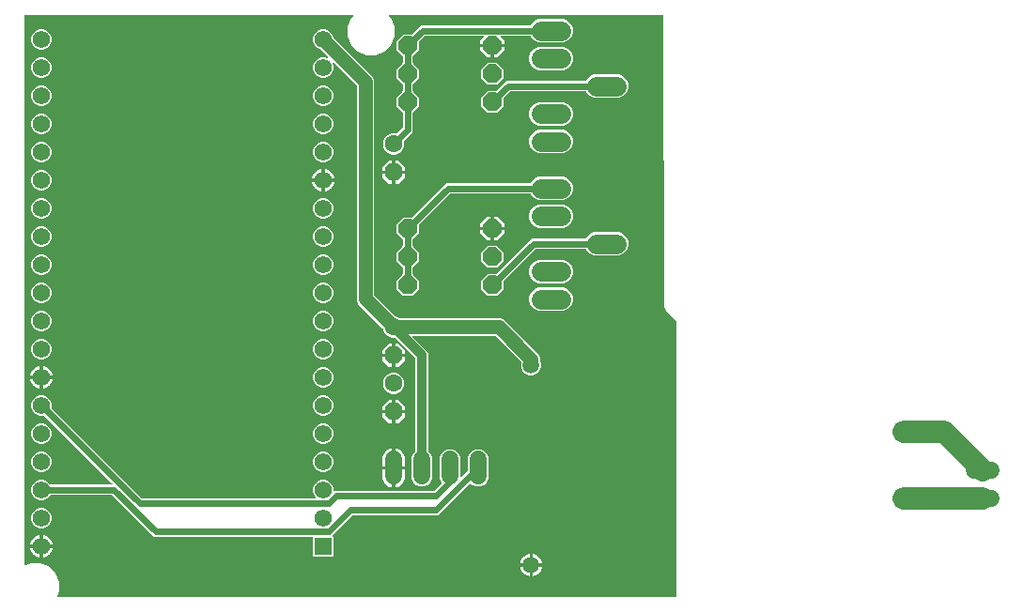
<source format=gbr>
G04 EAGLE Gerber RS-274X export*
G75*
%MOMM*%
%FSLAX34Y34*%
%LPD*%
%INTop Copper*%
%IPPOS*%
%AMOC8*
5,1,8,0,0,1.08239X$1,22.5*%
G01*
%ADD10C,1.600200*%
%ADD11P,1.732040X8X292.500000*%
%ADD12P,1.814519X8X22.500000*%
%ADD13P,1.814519X8X202.500000*%
%ADD14C,1.524000*%
%ADD15R,1.560000X1.560000*%
%ADD16C,1.560000*%
%ADD17R,1.508000X1.508000*%
%ADD18C,1.508000*%
%ADD19C,1.800000*%
%ADD20C,1.270000*%
%ADD21C,0.812800*%
%ADD22C,0.609600*%
%ADD23C,2.032000*%

G36*
X596920Y10164D02*
X596920Y10164D01*
X596939Y10162D01*
X597041Y10184D01*
X597143Y10200D01*
X597160Y10210D01*
X597180Y10214D01*
X597269Y10267D01*
X597360Y10316D01*
X597374Y10330D01*
X597391Y10340D01*
X597458Y10419D01*
X597530Y10494D01*
X597538Y10512D01*
X597551Y10527D01*
X597590Y10623D01*
X597633Y10717D01*
X597635Y10737D01*
X597643Y10755D01*
X597661Y10922D01*
X597661Y258874D01*
X597647Y258964D01*
X597639Y259055D01*
X597627Y259085D01*
X597622Y259117D01*
X597579Y259197D01*
X597543Y259281D01*
X597517Y259313D01*
X597506Y259334D01*
X597483Y259356D01*
X597438Y259412D01*
X589726Y267125D01*
X589725Y267125D01*
X589724Y267126D01*
X588292Y268551D01*
X587519Y270417D01*
X587518Y270418D01*
X587518Y270419D01*
X586739Y272284D01*
X586739Y274306D01*
X586739Y274307D01*
X586739Y274308D01*
X586010Y535080D01*
X586007Y535099D01*
X586009Y535117D01*
X585987Y535219D01*
X585969Y535323D01*
X585961Y535339D01*
X585957Y535358D01*
X585903Y535448D01*
X585854Y535540D01*
X585840Y535553D01*
X585830Y535569D01*
X585751Y535637D01*
X585675Y535709D01*
X585658Y535717D01*
X585643Y535729D01*
X585546Y535768D01*
X585452Y535812D01*
X585433Y535814D01*
X585415Y535821D01*
X585249Y535839D01*
X339558Y535839D01*
X339487Y535828D01*
X339415Y535826D01*
X339366Y535808D01*
X339315Y535800D01*
X339252Y535766D01*
X339184Y535741D01*
X339144Y535709D01*
X339098Y535684D01*
X339048Y535632D01*
X338992Y535588D01*
X338964Y535544D01*
X338928Y535506D01*
X338898Y535441D01*
X338859Y535381D01*
X338847Y535330D01*
X338825Y535283D01*
X338817Y535212D01*
X338799Y535142D01*
X338803Y535090D01*
X338798Y535039D01*
X338813Y534968D01*
X338818Y534897D01*
X338839Y534849D01*
X338850Y534798D01*
X338887Y534737D01*
X338915Y534671D01*
X338960Y534615D01*
X338976Y534587D01*
X338994Y534572D01*
X339020Y534540D01*
X340731Y532828D01*
X343991Y524959D01*
X343991Y516441D01*
X340731Y508572D01*
X334708Y502549D01*
X326839Y499289D01*
X318321Y499289D01*
X310452Y502549D01*
X304429Y508572D01*
X301169Y516441D01*
X301169Y524959D01*
X304429Y532828D01*
X306140Y534540D01*
X306182Y534598D01*
X306232Y534650D01*
X306254Y534697D01*
X306284Y534739D01*
X306305Y534808D01*
X306335Y534873D01*
X306341Y534925D01*
X306356Y534975D01*
X306354Y535046D01*
X306362Y535117D01*
X306351Y535168D01*
X306350Y535220D01*
X306325Y535288D01*
X306310Y535358D01*
X306283Y535403D01*
X306265Y535451D01*
X306221Y535507D01*
X306184Y535569D01*
X306144Y535603D01*
X306112Y535643D01*
X306051Y535682D01*
X305997Y535729D01*
X305949Y535748D01*
X305905Y535776D01*
X305835Y535794D01*
X305769Y535821D01*
X305697Y535829D01*
X305666Y535837D01*
X305643Y535835D01*
X305602Y535839D01*
X10922Y535839D01*
X10902Y535836D01*
X10883Y535838D01*
X10781Y535816D01*
X10679Y535800D01*
X10662Y535790D01*
X10642Y535786D01*
X10553Y535733D01*
X10462Y535684D01*
X10448Y535670D01*
X10431Y535660D01*
X10364Y535581D01*
X10292Y535506D01*
X10284Y535488D01*
X10271Y535473D01*
X10232Y535377D01*
X10189Y535283D01*
X10187Y535263D01*
X10179Y535245D01*
X10161Y535078D01*
X10161Y40239D01*
X10168Y40193D01*
X10166Y40147D01*
X10188Y40073D01*
X10200Y39996D01*
X10222Y39955D01*
X10235Y39911D01*
X10279Y39847D01*
X10316Y39778D01*
X10349Y39747D01*
X10375Y39709D01*
X10438Y39663D01*
X10494Y39609D01*
X10536Y39590D01*
X10572Y39562D01*
X10646Y39538D01*
X10717Y39505D01*
X10763Y39500D01*
X10806Y39486D01*
X10884Y39487D01*
X10961Y39478D01*
X11006Y39488D01*
X11052Y39489D01*
X11184Y39527D01*
X11202Y39531D01*
X11206Y39533D01*
X11213Y39535D01*
X15741Y41411D01*
X24259Y41411D01*
X32128Y38151D01*
X38151Y32128D01*
X41411Y24259D01*
X41411Y15741D01*
X39535Y11213D01*
X39525Y11169D01*
X39505Y11127D01*
X39497Y11050D01*
X39479Y10974D01*
X39483Y10928D01*
X39478Y10883D01*
X39495Y10806D01*
X39502Y10729D01*
X39521Y10687D01*
X39531Y10642D01*
X39571Y10575D01*
X39602Y10504D01*
X39633Y10470D01*
X39657Y10431D01*
X39716Y10380D01*
X39769Y10323D01*
X39809Y10301D01*
X39844Y10271D01*
X39916Y10242D01*
X39984Y10205D01*
X40029Y10196D01*
X40072Y10179D01*
X40208Y10164D01*
X40226Y10161D01*
X40231Y10162D01*
X40239Y10161D01*
X596900Y10161D01*
X596920Y10164D01*
G37*
%LPC*%
G36*
X270968Y47075D02*
X270968Y47075D01*
X270075Y47968D01*
X270075Y64094D01*
X270072Y64114D01*
X270074Y64133D01*
X270052Y64235D01*
X270036Y64337D01*
X270026Y64354D01*
X270022Y64374D01*
X269969Y64463D01*
X269920Y64554D01*
X269906Y64568D01*
X269896Y64585D01*
X269817Y64652D01*
X269742Y64724D01*
X269724Y64732D01*
X269709Y64745D01*
X269613Y64784D01*
X269519Y64827D01*
X269499Y64829D01*
X269481Y64837D01*
X269314Y64855D01*
X126702Y64855D01*
X89153Y102404D01*
X89079Y102457D01*
X89009Y102517D01*
X88979Y102529D01*
X88953Y102548D01*
X88866Y102575D01*
X88781Y102609D01*
X88740Y102613D01*
X88718Y102620D01*
X88686Y102619D01*
X88614Y102627D01*
X34108Y102627D01*
X33993Y102608D01*
X33877Y102591D01*
X33871Y102589D01*
X33865Y102588D01*
X33763Y102533D01*
X33657Y102480D01*
X33653Y102475D01*
X33647Y102472D01*
X33567Y102388D01*
X33485Y102304D01*
X33482Y102298D01*
X33478Y102294D01*
X33470Y102277D01*
X33404Y102157D01*
X33305Y101918D01*
X30682Y99295D01*
X27255Y97875D01*
X23545Y97875D01*
X20118Y99295D01*
X17495Y101918D01*
X16075Y105345D01*
X16075Y109055D01*
X17495Y112482D01*
X20118Y115105D01*
X23545Y116525D01*
X27255Y116525D01*
X30682Y115105D01*
X33305Y112482D01*
X33404Y112243D01*
X33466Y112143D01*
X33526Y112043D01*
X33531Y112039D01*
X33534Y112034D01*
X33624Y111959D01*
X33713Y111883D01*
X33719Y111881D01*
X33723Y111877D01*
X33832Y111835D01*
X33941Y111791D01*
X33948Y111790D01*
X33953Y111789D01*
X33971Y111788D01*
X34108Y111773D01*
X88723Y111773D01*
X88793Y111784D01*
X88865Y111786D01*
X88914Y111804D01*
X88965Y111812D01*
X89029Y111846D01*
X89096Y111871D01*
X89137Y111903D01*
X89183Y111928D01*
X89232Y111979D01*
X89288Y112024D01*
X89316Y112068D01*
X89352Y112106D01*
X89382Y112171D01*
X89421Y112231D01*
X89434Y112282D01*
X89456Y112329D01*
X89464Y112400D01*
X89481Y112470D01*
X89477Y112522D01*
X89483Y112573D01*
X89468Y112644D01*
X89462Y112715D01*
X89442Y112763D01*
X89431Y112814D01*
X89394Y112875D01*
X89366Y112941D01*
X89321Y112997D01*
X89304Y113025D01*
X89287Y113040D01*
X89261Y113072D01*
X28324Y174009D01*
X28229Y174077D01*
X28135Y174147D01*
X28129Y174149D01*
X28124Y174153D01*
X28013Y174187D01*
X27901Y174224D01*
X27895Y174223D01*
X27889Y174225D01*
X27772Y174222D01*
X27655Y174221D01*
X27648Y174219D01*
X27643Y174219D01*
X27626Y174213D01*
X27494Y174174D01*
X27255Y174075D01*
X23545Y174075D01*
X20118Y175495D01*
X17495Y178118D01*
X16075Y181545D01*
X16075Y185255D01*
X17495Y188682D01*
X20118Y191305D01*
X23545Y192725D01*
X27255Y192725D01*
X30682Y191305D01*
X33305Y188682D01*
X34725Y185255D01*
X34725Y181545D01*
X34626Y181306D01*
X34599Y181192D01*
X34570Y181079D01*
X34571Y181072D01*
X34569Y181066D01*
X34580Y180950D01*
X34589Y180834D01*
X34592Y180828D01*
X34592Y180822D01*
X34640Y180714D01*
X34686Y180607D01*
X34690Y180601D01*
X34692Y180597D01*
X34705Y180583D01*
X34791Y180476D01*
X115643Y99624D01*
X115717Y99571D01*
X115787Y99511D01*
X115817Y99499D01*
X115843Y99480D01*
X115930Y99453D01*
X116015Y99419D01*
X116056Y99415D01*
X116078Y99408D01*
X116110Y99409D01*
X116181Y99401D01*
X272174Y99401D01*
X272245Y99412D01*
X272317Y99414D01*
X272366Y99432D01*
X272417Y99440D01*
X272480Y99474D01*
X272548Y99499D01*
X272588Y99531D01*
X272634Y99556D01*
X272684Y99608D01*
X272740Y99652D01*
X272768Y99696D01*
X272804Y99734D01*
X272834Y99799D01*
X272873Y99859D01*
X272885Y99910D01*
X272907Y99957D01*
X272915Y100028D01*
X272933Y100098D01*
X272929Y100150D01*
X272935Y100201D01*
X272919Y100272D01*
X272914Y100343D01*
X272893Y100391D01*
X272882Y100442D01*
X272845Y100503D01*
X272817Y100569D01*
X272773Y100625D01*
X272756Y100653D01*
X272738Y100668D01*
X272713Y100700D01*
X271495Y101918D01*
X270075Y105345D01*
X270075Y109055D01*
X271495Y112482D01*
X274118Y115105D01*
X277545Y116525D01*
X281255Y116525D01*
X284682Y115105D01*
X287305Y112482D01*
X288725Y109055D01*
X288725Y106934D01*
X288728Y106914D01*
X288726Y106895D01*
X288748Y106793D01*
X288764Y106691D01*
X288774Y106674D01*
X288778Y106654D01*
X288831Y106565D01*
X288880Y106474D01*
X288894Y106460D01*
X288904Y106443D01*
X288983Y106376D01*
X289058Y106304D01*
X289076Y106296D01*
X289091Y106283D01*
X289187Y106244D01*
X289281Y106201D01*
X289301Y106199D01*
X289319Y106191D01*
X289486Y106173D01*
X378791Y106173D01*
X378881Y106187D01*
X378972Y106195D01*
X379001Y106207D01*
X379033Y106212D01*
X379114Y106255D01*
X379198Y106291D01*
X379230Y106317D01*
X379251Y106328D01*
X379273Y106351D01*
X379329Y106396D01*
X386002Y113069D01*
X386014Y113085D01*
X386029Y113098D01*
X386085Y113185D01*
X386146Y113269D01*
X386151Y113288D01*
X386162Y113304D01*
X386188Y113405D01*
X386218Y113504D01*
X386217Y113524D01*
X386222Y113543D01*
X386214Y113646D01*
X386212Y113750D01*
X386205Y113768D01*
X386203Y113788D01*
X386163Y113883D01*
X386127Y113981D01*
X386115Y113996D01*
X386107Y114014D01*
X386002Y114145D01*
X385947Y114200D01*
X384555Y117561D01*
X384555Y136439D01*
X385947Y139800D01*
X388520Y142373D01*
X391881Y143765D01*
X395519Y143765D01*
X398880Y142373D01*
X401453Y139800D01*
X402845Y136439D01*
X402845Y119049D01*
X402856Y118979D01*
X402858Y118907D01*
X402876Y118858D01*
X402884Y118807D01*
X402918Y118743D01*
X402943Y118676D01*
X402975Y118635D01*
X403000Y118589D01*
X403051Y118540D01*
X403096Y118484D01*
X403140Y118456D01*
X403178Y118420D01*
X403243Y118390D01*
X403303Y118351D01*
X403354Y118338D01*
X403401Y118316D01*
X403472Y118308D01*
X403542Y118291D01*
X403594Y118295D01*
X403645Y118289D01*
X403716Y118304D01*
X403787Y118310D01*
X403835Y118330D01*
X403886Y118341D01*
X403947Y118378D01*
X404013Y118406D01*
X404069Y118451D01*
X404097Y118468D01*
X404112Y118485D01*
X404144Y118511D01*
X409732Y124099D01*
X409785Y124173D01*
X409845Y124243D01*
X409857Y124273D01*
X409876Y124299D01*
X409903Y124386D01*
X409937Y124471D01*
X409941Y124512D01*
X409948Y124534D01*
X409947Y124566D01*
X409955Y124637D01*
X409955Y136439D01*
X411347Y139800D01*
X413920Y142373D01*
X417281Y143765D01*
X420919Y143765D01*
X424280Y142373D01*
X426853Y139800D01*
X428245Y136439D01*
X428245Y117561D01*
X426853Y114200D01*
X424280Y111627D01*
X420919Y110235D01*
X417281Y110235D01*
X413920Y111627D01*
X412595Y112952D01*
X412579Y112964D01*
X412567Y112979D01*
X412480Y113035D01*
X412396Y113096D01*
X412377Y113101D01*
X412360Y113112D01*
X412259Y113137D01*
X412161Y113168D01*
X412141Y113167D01*
X412121Y113172D01*
X412018Y113164D01*
X411915Y113162D01*
X411896Y113155D01*
X411876Y113153D01*
X411781Y113113D01*
X411684Y113077D01*
X411668Y113065D01*
X411650Y113057D01*
X411519Y112952D01*
X385796Y87229D01*
X382894Y84327D01*
X306206Y84327D01*
X306116Y84313D01*
X306025Y84305D01*
X305995Y84293D01*
X305963Y84288D01*
X305883Y84245D01*
X305799Y84209D01*
X305767Y84183D01*
X305746Y84172D01*
X305724Y84149D01*
X305668Y84104D01*
X289320Y67757D01*
X288098Y66535D01*
X288087Y66519D01*
X288071Y66506D01*
X288015Y66419D01*
X287955Y66335D01*
X287949Y66316D01*
X287938Y66299D01*
X287913Y66199D01*
X287882Y66100D01*
X287883Y66080D01*
X287878Y66061D01*
X287886Y65958D01*
X287889Y65854D01*
X287896Y65835D01*
X287897Y65815D01*
X287937Y65720D01*
X287973Y65623D01*
X287986Y65607D01*
X287993Y65589D01*
X288098Y65458D01*
X288725Y64832D01*
X288725Y47968D01*
X287832Y47075D01*
X270968Y47075D01*
G37*
%LPD*%
%LPC*%
G36*
X366481Y110235D02*
X366481Y110235D01*
X363120Y111627D01*
X360547Y114200D01*
X359155Y117561D01*
X359155Y136439D01*
X360547Y139800D01*
X362488Y141741D01*
X362541Y141815D01*
X362601Y141884D01*
X362613Y141914D01*
X362632Y141941D01*
X362659Y142028D01*
X362693Y142112D01*
X362697Y142153D01*
X362704Y142176D01*
X362703Y142208D01*
X362711Y142279D01*
X362711Y225970D01*
X362697Y226060D01*
X362689Y226151D01*
X362677Y226181D01*
X362672Y226212D01*
X362629Y226293D01*
X362593Y226377D01*
X362567Y226409D01*
X362556Y226430D01*
X362533Y226452D01*
X362488Y226508D01*
X344745Y244251D01*
X344671Y244304D01*
X344602Y244364D01*
X344571Y244376D01*
X344545Y244395D01*
X344458Y244422D01*
X344373Y244456D01*
X344333Y244460D01*
X344310Y244467D01*
X344278Y244466D01*
X344207Y244474D01*
X341005Y244474D01*
X337504Y245924D01*
X334824Y248604D01*
X333366Y252126D01*
X333360Y252164D01*
X333352Y252255D01*
X333340Y252285D01*
X333335Y252317D01*
X333292Y252397D01*
X333256Y252481D01*
X333230Y252513D01*
X333219Y252534D01*
X333196Y252556D01*
X333151Y252612D01*
X310824Y274939D01*
X309625Y277834D01*
X309625Y471923D01*
X309611Y472013D01*
X309603Y472104D01*
X309591Y472134D01*
X309586Y472166D01*
X309543Y472246D01*
X309507Y472330D01*
X309481Y472362D01*
X309470Y472383D01*
X309447Y472405D01*
X309402Y472461D01*
X289250Y492613D01*
X289171Y492670D01*
X289096Y492732D01*
X289072Y492742D01*
X289050Y492757D01*
X288957Y492785D01*
X288866Y492820D01*
X288840Y492821D01*
X288815Y492829D01*
X288718Y492827D01*
X288621Y492831D01*
X288596Y492823D01*
X288569Y492823D01*
X288478Y492789D01*
X288384Y492762D01*
X288363Y492747D01*
X288338Y492738D01*
X288262Y492677D01*
X288182Y492622D01*
X288167Y492601D01*
X288146Y492585D01*
X288094Y492503D01*
X288036Y492425D01*
X288028Y492400D01*
X288013Y492378D01*
X287990Y492283D01*
X287959Y492191D01*
X287960Y492165D01*
X287953Y492139D01*
X287961Y492042D01*
X287962Y491945D01*
X287971Y491913D01*
X287972Y491894D01*
X287985Y491864D01*
X288009Y491784D01*
X288725Y490055D01*
X288725Y486345D01*
X287305Y482918D01*
X284682Y480295D01*
X281255Y478875D01*
X277545Y478875D01*
X274118Y480295D01*
X271495Y482918D01*
X270075Y486345D01*
X270075Y490055D01*
X271495Y493482D01*
X274118Y496105D01*
X277545Y497525D01*
X281255Y497525D01*
X282984Y496809D01*
X283079Y496786D01*
X283172Y496758D01*
X283198Y496758D01*
X283223Y496752D01*
X283320Y496762D01*
X283417Y496764D01*
X283442Y496773D01*
X283468Y496776D01*
X283557Y496815D01*
X283648Y496849D01*
X283669Y496865D01*
X283693Y496876D01*
X283764Y496941D01*
X283840Y497002D01*
X283855Y497024D01*
X283874Y497042D01*
X283921Y497127D01*
X283973Y497209D01*
X283980Y497234D01*
X283992Y497257D01*
X284010Y497353D01*
X284034Y497448D01*
X284031Y497474D01*
X284036Y497499D01*
X284022Y497596D01*
X284014Y497693D01*
X284004Y497717D01*
X284000Y497743D01*
X283956Y497830D01*
X283918Y497919D01*
X283898Y497945D01*
X283889Y497962D01*
X283865Y497985D01*
X283813Y498050D01*
X277726Y504138D01*
X277673Y504176D01*
X277626Y504222D01*
X277553Y504262D01*
X277526Y504281D01*
X277507Y504287D01*
X277479Y504303D01*
X274118Y505695D01*
X271495Y508318D01*
X270075Y511745D01*
X270075Y515455D01*
X271495Y518882D01*
X274118Y521505D01*
X277545Y522925D01*
X281255Y522925D01*
X284682Y521505D01*
X287305Y518882D01*
X288697Y515521D01*
X288732Y515465D01*
X288757Y515405D01*
X288809Y515340D01*
X288827Y515312D01*
X288842Y515300D01*
X288862Y515274D01*
X321854Y482283D01*
X324176Y479961D01*
X325375Y477066D01*
X325375Y282977D01*
X325389Y282887D01*
X325397Y282796D01*
X325409Y282766D01*
X325414Y282734D01*
X325457Y282654D01*
X325493Y282570D01*
X325519Y282538D01*
X325530Y282517D01*
X325553Y282495D01*
X325598Y282439D01*
X344288Y263749D01*
X344362Y263696D01*
X344431Y263636D01*
X344461Y263624D01*
X344488Y263605D01*
X344575Y263578D01*
X344659Y263544D01*
X344700Y263540D01*
X344723Y263533D01*
X344755Y263534D01*
X344783Y263530D01*
X348316Y262067D01*
X348348Y262045D01*
X348417Y261985D01*
X348447Y261973D01*
X348473Y261954D01*
X348560Y261927D01*
X348645Y261893D01*
X348686Y261889D01*
X348709Y261882D01*
X348741Y261883D01*
X348812Y261875D01*
X439566Y261875D01*
X442461Y260676D01*
X473516Y229621D01*
X474715Y226726D01*
X474715Y224287D01*
X474725Y224223D01*
X474726Y224157D01*
X474749Y224077D01*
X474754Y224045D01*
X474764Y224028D01*
X474773Y223996D01*
X475905Y221263D01*
X475905Y217657D01*
X474525Y214325D01*
X471975Y211775D01*
X468643Y210395D01*
X465037Y210395D01*
X461705Y211775D01*
X459155Y214325D01*
X457775Y217657D01*
X457775Y221263D01*
X458115Y222084D01*
X458142Y222198D01*
X458170Y222311D01*
X458170Y222317D01*
X458171Y222323D01*
X458160Y222439D01*
X458151Y222556D01*
X458149Y222562D01*
X458148Y222568D01*
X458100Y222676D01*
X458055Y222782D01*
X458050Y222788D01*
X458048Y222793D01*
X458035Y222807D01*
X457950Y222913D01*
X434961Y245902D01*
X434887Y245955D01*
X434818Y246015D01*
X434788Y246027D01*
X434761Y246046D01*
X434674Y246073D01*
X434590Y246107D01*
X434549Y246111D01*
X434526Y246118D01*
X434494Y246117D01*
X434423Y246125D01*
X360516Y246125D01*
X360445Y246114D01*
X360374Y246112D01*
X360325Y246094D01*
X360273Y246086D01*
X360210Y246052D01*
X360143Y246027D01*
X360102Y245995D01*
X360056Y245970D01*
X360007Y245918D01*
X359951Y245874D01*
X359923Y245830D01*
X359887Y245792D01*
X359857Y245727D01*
X359818Y245667D01*
X359805Y245616D01*
X359783Y245569D01*
X359775Y245498D01*
X359758Y245428D01*
X359762Y245376D01*
X359756Y245325D01*
X359771Y245254D01*
X359777Y245183D01*
X359797Y245135D01*
X359808Y245084D01*
X359845Y245023D01*
X359873Y244957D01*
X359918Y244901D01*
X359934Y244873D01*
X359952Y244858D01*
X359978Y244826D01*
X373038Y231766D01*
X373889Y229712D01*
X373889Y142279D01*
X373903Y142189D01*
X373911Y142098D01*
X373923Y142068D01*
X373928Y142036D01*
X373971Y141956D01*
X374007Y141872D01*
X374033Y141840D01*
X374044Y141819D01*
X374067Y141797D01*
X374112Y141741D01*
X376053Y139800D01*
X377445Y136439D01*
X377445Y117561D01*
X376053Y114200D01*
X373480Y111627D01*
X370119Y110235D01*
X366481Y110235D01*
G37*
%LPD*%
%LPC*%
G36*
X341005Y409574D02*
X341005Y409574D01*
X337504Y411024D01*
X334824Y413704D01*
X333374Y417205D01*
X333374Y420995D01*
X334824Y424496D01*
X337504Y427176D01*
X341005Y428626D01*
X344795Y428626D01*
X345148Y428479D01*
X345262Y428453D01*
X345375Y428424D01*
X345381Y428425D01*
X345387Y428423D01*
X345504Y428434D01*
X345620Y428443D01*
X345626Y428446D01*
X345632Y428446D01*
X345740Y428494D01*
X345847Y428540D01*
X345852Y428544D01*
X345857Y428546D01*
X345871Y428559D01*
X345978Y428644D01*
X350804Y433471D01*
X350857Y433545D01*
X350917Y433615D01*
X350929Y433645D01*
X350948Y433671D01*
X350975Y433758D01*
X351009Y433843D01*
X351013Y433884D01*
X351020Y433906D01*
X351019Y433938D01*
X351027Y434009D01*
X351027Y447447D01*
X351013Y447537D01*
X351005Y447628D01*
X350993Y447658D01*
X350988Y447690D01*
X350945Y447771D01*
X350909Y447855D01*
X350883Y447887D01*
X350872Y447907D01*
X350849Y447930D01*
X350804Y447985D01*
X345693Y453096D01*
X345693Y461304D01*
X350804Y466415D01*
X350853Y466482D01*
X350853Y466483D01*
X350854Y466483D01*
X350857Y466489D01*
X350917Y466558D01*
X350929Y466588D01*
X350948Y466614D01*
X350975Y466701D01*
X351009Y466786D01*
X351013Y466827D01*
X351020Y466849D01*
X351019Y466882D01*
X351027Y466953D01*
X351027Y472847D01*
X351013Y472937D01*
X351005Y473028D01*
X350993Y473058D01*
X350988Y473090D01*
X350945Y473171D01*
X350909Y473255D01*
X350883Y473287D01*
X350872Y473307D01*
X350849Y473330D01*
X350804Y473385D01*
X345693Y478496D01*
X345693Y486704D01*
X350804Y491815D01*
X350857Y491889D01*
X350917Y491958D01*
X350929Y491988D01*
X350948Y492014D01*
X350975Y492101D01*
X351009Y492186D01*
X351013Y492227D01*
X351020Y492249D01*
X351019Y492282D01*
X351027Y492353D01*
X351027Y498247D01*
X351013Y498337D01*
X351005Y498428D01*
X350993Y498458D01*
X350988Y498490D01*
X350945Y498571D01*
X350909Y498654D01*
X350883Y498687D01*
X350872Y498707D01*
X350849Y498729D01*
X350804Y498785D01*
X345693Y503896D01*
X345693Y512104D01*
X351496Y517907D01*
X358725Y517907D01*
X358815Y517921D01*
X358906Y517929D01*
X358935Y517941D01*
X358967Y517946D01*
X359048Y517989D01*
X359132Y518025D01*
X359164Y518051D01*
X359185Y518062D01*
X359192Y518069D01*
X359209Y518086D01*
X359263Y518130D01*
X367186Y526053D01*
X465734Y526053D01*
X465848Y526072D01*
X465964Y526089D01*
X465970Y526091D01*
X465976Y526092D01*
X466079Y526147D01*
X466184Y526200D01*
X466188Y526205D01*
X466194Y526208D01*
X466274Y526292D01*
X466356Y526376D01*
X466360Y526382D01*
X466363Y526386D01*
X466371Y526403D01*
X466437Y526523D01*
X466818Y527442D01*
X469778Y530402D01*
X473647Y532005D01*
X495833Y532005D01*
X499702Y530402D01*
X502662Y527442D01*
X504265Y523573D01*
X504265Y519387D01*
X502662Y515518D01*
X499702Y512558D01*
X495833Y510955D01*
X473647Y510955D01*
X469778Y512558D01*
X466818Y515518D01*
X466437Y516437D01*
X466375Y516537D01*
X466315Y516637D01*
X466311Y516641D01*
X466307Y516646D01*
X466217Y516721D01*
X466128Y516797D01*
X466123Y516799D01*
X466118Y516803D01*
X466009Y516845D01*
X465900Y516889D01*
X465893Y516890D01*
X465888Y516891D01*
X465870Y516892D01*
X465734Y516907D01*
X440178Y516907D01*
X440107Y516896D01*
X440035Y516894D01*
X439986Y516876D01*
X439935Y516868D01*
X439872Y516834D01*
X439804Y516809D01*
X439764Y516777D01*
X439717Y516752D01*
X439668Y516700D01*
X439612Y516656D01*
X439584Y516612D01*
X439548Y516574D01*
X439518Y516509D01*
X439479Y516449D01*
X439466Y516398D01*
X439444Y516351D01*
X439437Y516280D01*
X439419Y516210D01*
X439423Y516158D01*
X439417Y516107D01*
X439433Y516036D01*
X439438Y515965D01*
X439459Y515917D01*
X439470Y515866D01*
X439506Y515805D01*
X439535Y515739D01*
X439579Y515683D01*
X439596Y515655D01*
X439614Y515640D01*
X439639Y515608D01*
X442723Y512524D01*
X442723Y509523D01*
X432562Y509523D01*
X432542Y509520D01*
X432523Y509522D01*
X432421Y509500D01*
X432319Y509483D01*
X432302Y509474D01*
X432282Y509470D01*
X432193Y509417D01*
X432102Y509368D01*
X432088Y509354D01*
X432071Y509344D01*
X432004Y509265D01*
X431933Y509190D01*
X431924Y509172D01*
X431911Y509157D01*
X431873Y509061D01*
X431829Y508967D01*
X431827Y508947D01*
X431819Y508929D01*
X431801Y508762D01*
X431801Y507999D01*
X431799Y507999D01*
X431799Y508762D01*
X431796Y508782D01*
X431798Y508801D01*
X431776Y508903D01*
X431759Y509005D01*
X431750Y509022D01*
X431746Y509042D01*
X431693Y509131D01*
X431644Y509222D01*
X431630Y509236D01*
X431620Y509253D01*
X431541Y509320D01*
X431466Y509391D01*
X431448Y509400D01*
X431433Y509413D01*
X431337Y509452D01*
X431243Y509495D01*
X431223Y509497D01*
X431205Y509505D01*
X431038Y509523D01*
X420877Y509523D01*
X420877Y512524D01*
X423961Y515608D01*
X424003Y515666D01*
X424052Y515718D01*
X424074Y515765D01*
X424104Y515807D01*
X424125Y515876D01*
X424156Y515941D01*
X424161Y515993D01*
X424177Y516043D01*
X424175Y516114D01*
X424183Y516185D01*
X424172Y516236D01*
X424170Y516288D01*
X424146Y516356D01*
X424130Y516426D01*
X424104Y516471D01*
X424086Y516519D01*
X424041Y516575D01*
X424004Y516637D01*
X423965Y516671D01*
X423932Y516711D01*
X423872Y516750D01*
X423817Y516797D01*
X423769Y516816D01*
X423725Y516844D01*
X423656Y516862D01*
X423589Y516889D01*
X423518Y516897D01*
X423487Y516905D01*
X423463Y516903D01*
X423422Y516907D01*
X371289Y516907D01*
X371199Y516893D01*
X371108Y516885D01*
X371079Y516873D01*
X371047Y516868D01*
X370966Y516825D01*
X370882Y516789D01*
X370850Y516763D01*
X370829Y516752D01*
X370807Y516729D01*
X370751Y516684D01*
X365730Y511663D01*
X365677Y511589D01*
X365617Y511519D01*
X365605Y511489D01*
X365586Y511463D01*
X365559Y511376D01*
X365525Y511291D01*
X365521Y511250D01*
X365514Y511228D01*
X365515Y511196D01*
X365507Y511125D01*
X365507Y503896D01*
X360396Y498785D01*
X360343Y498712D01*
X360283Y498642D01*
X360271Y498612D01*
X360252Y498586D01*
X360225Y498499D01*
X360191Y498414D01*
X360187Y498373D01*
X360180Y498351D01*
X360181Y498318D01*
X360173Y498247D01*
X360173Y492353D01*
X360187Y492263D01*
X360195Y492172D01*
X360207Y492142D01*
X360212Y492110D01*
X360255Y492029D01*
X360291Y491945D01*
X360317Y491913D01*
X360328Y491893D01*
X360351Y491870D01*
X360396Y491815D01*
X365507Y486704D01*
X365507Y478496D01*
X360396Y473385D01*
X360343Y473311D01*
X360283Y473242D01*
X360271Y473212D01*
X360252Y473186D01*
X360225Y473099D01*
X360191Y473014D01*
X360187Y472973D01*
X360180Y472951D01*
X360181Y472918D01*
X360173Y472847D01*
X360173Y466953D01*
X360187Y466863D01*
X360195Y466772D01*
X360207Y466742D01*
X360212Y466710D01*
X360255Y466629D01*
X360291Y466545D01*
X360317Y466513D01*
X360328Y466493D01*
X360351Y466470D01*
X360396Y466415D01*
X365507Y461304D01*
X365507Y453096D01*
X360396Y447985D01*
X360343Y447911D01*
X360283Y447842D01*
X360271Y447812D01*
X360252Y447786D01*
X360225Y447699D01*
X360191Y447614D01*
X360187Y447573D01*
X360180Y447551D01*
X360181Y447518D01*
X360173Y447447D01*
X360173Y429906D01*
X352444Y422178D01*
X352377Y422084D01*
X352307Y421989D01*
X352305Y421983D01*
X352301Y421978D01*
X352267Y421867D01*
X352230Y421755D01*
X352230Y421749D01*
X352229Y421743D01*
X352232Y421626D01*
X352233Y421509D01*
X352235Y421502D01*
X352235Y421497D01*
X352241Y421479D01*
X352279Y421348D01*
X352426Y420995D01*
X352426Y417205D01*
X350976Y413704D01*
X348296Y411024D01*
X344795Y409574D01*
X341005Y409574D01*
G37*
%LPD*%
%LPC*%
G36*
X351496Y282193D02*
X351496Y282193D01*
X345693Y287996D01*
X345693Y296204D01*
X350804Y301315D01*
X350857Y301389D01*
X350917Y301458D01*
X350929Y301488D01*
X350948Y301514D01*
X350975Y301601D01*
X351009Y301686D01*
X351013Y301727D01*
X351020Y301749D01*
X351019Y301782D01*
X351027Y301853D01*
X351027Y307747D01*
X351013Y307837D01*
X351005Y307928D01*
X350993Y307958D01*
X350988Y307990D01*
X350945Y308071D01*
X350909Y308155D01*
X350883Y308187D01*
X350872Y308207D01*
X350849Y308230D01*
X350804Y308285D01*
X345693Y313396D01*
X345693Y321604D01*
X350804Y326715D01*
X350857Y326789D01*
X350917Y326858D01*
X350929Y326888D01*
X350948Y326914D01*
X350975Y327001D01*
X351009Y327086D01*
X351013Y327127D01*
X351020Y327149D01*
X351019Y327182D01*
X351027Y327253D01*
X351027Y333147D01*
X351013Y333237D01*
X351005Y333328D01*
X350993Y333358D01*
X350988Y333390D01*
X350945Y333471D01*
X350909Y333555D01*
X350883Y333587D01*
X350872Y333607D01*
X350849Y333630D01*
X350804Y333685D01*
X345693Y338796D01*
X345693Y347004D01*
X351496Y352807D01*
X358725Y352807D01*
X358815Y352821D01*
X358906Y352829D01*
X358935Y352841D01*
X358967Y352846D01*
X359048Y352889D01*
X359132Y352925D01*
X359164Y352951D01*
X359185Y352962D01*
X359207Y352985D01*
X359263Y353030D01*
X390046Y383813D01*
X465734Y383813D01*
X465848Y383832D01*
X465964Y383849D01*
X465970Y383851D01*
X465976Y383852D01*
X466079Y383907D01*
X466184Y383960D01*
X466188Y383965D01*
X466194Y383968D01*
X466274Y384052D01*
X466356Y384136D01*
X466360Y384142D01*
X466363Y384146D01*
X466371Y384163D01*
X466437Y384283D01*
X466818Y385202D01*
X469778Y388162D01*
X473647Y389765D01*
X495833Y389765D01*
X499702Y388162D01*
X502662Y385202D01*
X504265Y381333D01*
X504265Y377147D01*
X502662Y373278D01*
X499702Y370318D01*
X495833Y368715D01*
X473647Y368715D01*
X469778Y370318D01*
X466818Y373278D01*
X466437Y374197D01*
X466375Y374297D01*
X466315Y374397D01*
X466311Y374401D01*
X466307Y374406D01*
X466217Y374481D01*
X466128Y374557D01*
X466123Y374559D01*
X466118Y374563D01*
X466009Y374605D01*
X465900Y374649D01*
X465893Y374650D01*
X465888Y374651D01*
X465870Y374652D01*
X465734Y374667D01*
X394149Y374667D01*
X394059Y374653D01*
X393968Y374645D01*
X393939Y374633D01*
X393907Y374628D01*
X393826Y374585D01*
X393742Y374549D01*
X393710Y374523D01*
X393689Y374512D01*
X393667Y374489D01*
X393611Y374444D01*
X365730Y346563D01*
X365677Y346489D01*
X365617Y346419D01*
X365605Y346389D01*
X365586Y346363D01*
X365559Y346276D01*
X365525Y346191D01*
X365521Y346150D01*
X365514Y346128D01*
X365515Y346096D01*
X365507Y346025D01*
X365507Y338796D01*
X360396Y333685D01*
X360343Y333611D01*
X360283Y333542D01*
X360271Y333512D01*
X360252Y333486D01*
X360225Y333399D01*
X360191Y333314D01*
X360187Y333273D01*
X360180Y333251D01*
X360181Y333218D01*
X360173Y333147D01*
X360173Y327253D01*
X360187Y327163D01*
X360195Y327072D01*
X360207Y327042D01*
X360212Y327010D01*
X360255Y326929D01*
X360291Y326845D01*
X360317Y326813D01*
X360328Y326793D01*
X360351Y326770D01*
X360396Y326715D01*
X365507Y321604D01*
X365507Y313396D01*
X360396Y308285D01*
X360343Y308211D01*
X360283Y308142D01*
X360271Y308112D01*
X360252Y308086D01*
X360225Y307999D01*
X360191Y307914D01*
X360187Y307873D01*
X360180Y307851D01*
X360181Y307818D01*
X360173Y307747D01*
X360173Y301853D01*
X360187Y301763D01*
X360195Y301672D01*
X360207Y301642D01*
X360212Y301610D01*
X360255Y301529D01*
X360291Y301445D01*
X360317Y301413D01*
X360328Y301393D01*
X360351Y301370D01*
X360396Y301315D01*
X365507Y296204D01*
X365507Y287996D01*
X359704Y282193D01*
X351496Y282193D01*
G37*
%LPD*%
%LPC*%
G36*
X427696Y282193D02*
X427696Y282193D01*
X421893Y287996D01*
X421893Y296204D01*
X427696Y302007D01*
X434925Y302007D01*
X435015Y302021D01*
X435106Y302029D01*
X435135Y302041D01*
X435167Y302046D01*
X435248Y302089D01*
X435332Y302125D01*
X435364Y302151D01*
X435385Y302162D01*
X435407Y302185D01*
X435463Y302230D01*
X467046Y333813D01*
X515734Y333813D01*
X515848Y333832D01*
X515964Y333849D01*
X515970Y333851D01*
X515976Y333852D01*
X516079Y333907D01*
X516184Y333960D01*
X516188Y333965D01*
X516194Y333968D01*
X516274Y334052D01*
X516356Y334136D01*
X516360Y334142D01*
X516363Y334146D01*
X516371Y334163D01*
X516437Y334283D01*
X516818Y335202D01*
X519778Y338162D01*
X523647Y339765D01*
X545833Y339765D01*
X549702Y338162D01*
X552662Y335202D01*
X554265Y331333D01*
X554265Y327147D01*
X552662Y323278D01*
X549702Y320318D01*
X545833Y318715D01*
X523647Y318715D01*
X519778Y320318D01*
X516818Y323278D01*
X516437Y324197D01*
X516375Y324297D01*
X516315Y324397D01*
X516311Y324401D01*
X516307Y324406D01*
X516217Y324481D01*
X516128Y324557D01*
X516123Y324559D01*
X516118Y324563D01*
X516009Y324605D01*
X515900Y324649D01*
X515893Y324650D01*
X515888Y324651D01*
X515870Y324652D01*
X515734Y324667D01*
X471149Y324667D01*
X471059Y324653D01*
X470968Y324645D01*
X470939Y324633D01*
X470907Y324628D01*
X470826Y324585D01*
X470742Y324549D01*
X470710Y324523D01*
X470689Y324512D01*
X470667Y324489D01*
X470611Y324444D01*
X441930Y295763D01*
X441877Y295689D01*
X441817Y295619D01*
X441805Y295589D01*
X441786Y295563D01*
X441759Y295476D01*
X441725Y295391D01*
X441721Y295350D01*
X441714Y295328D01*
X441715Y295296D01*
X441707Y295225D01*
X441707Y287996D01*
X435904Y282193D01*
X427696Y282193D01*
G37*
%LPD*%
%LPC*%
G36*
X427696Y447293D02*
X427696Y447293D01*
X421893Y453096D01*
X421893Y461304D01*
X427696Y467107D01*
X434925Y467107D01*
X435015Y467121D01*
X435106Y467129D01*
X435135Y467141D01*
X435167Y467146D01*
X435248Y467189D01*
X435332Y467225D01*
X435364Y467251D01*
X435385Y467262D01*
X435407Y467285D01*
X435463Y467330D01*
X444186Y476053D01*
X515734Y476053D01*
X515848Y476072D01*
X515964Y476089D01*
X515970Y476091D01*
X515976Y476092D01*
X516079Y476147D01*
X516184Y476200D01*
X516188Y476205D01*
X516194Y476208D01*
X516274Y476292D01*
X516356Y476376D01*
X516360Y476382D01*
X516363Y476386D01*
X516371Y476403D01*
X516437Y476523D01*
X516818Y477442D01*
X519778Y480402D01*
X523647Y482005D01*
X545833Y482005D01*
X549702Y480402D01*
X552662Y477442D01*
X554265Y473573D01*
X554265Y469387D01*
X552662Y465518D01*
X549702Y462558D01*
X545833Y460955D01*
X523647Y460955D01*
X519778Y462558D01*
X516818Y465518D01*
X516437Y466437D01*
X516375Y466537D01*
X516315Y466637D01*
X516311Y466641D01*
X516307Y466646D01*
X516217Y466721D01*
X516128Y466797D01*
X516123Y466799D01*
X516118Y466803D01*
X516009Y466845D01*
X515900Y466889D01*
X515893Y466890D01*
X515888Y466891D01*
X515870Y466892D01*
X515734Y466907D01*
X448289Y466907D01*
X448199Y466893D01*
X448108Y466885D01*
X448079Y466873D01*
X448047Y466868D01*
X447966Y466825D01*
X447882Y466789D01*
X447850Y466763D01*
X447829Y466752D01*
X447807Y466729D01*
X447751Y466684D01*
X441930Y460863D01*
X441877Y460789D01*
X441817Y460719D01*
X441805Y460689D01*
X441786Y460663D01*
X441759Y460576D01*
X441725Y460491D01*
X441721Y460450D01*
X441714Y460428D01*
X441715Y460396D01*
X441707Y460325D01*
X441707Y453096D01*
X435904Y447293D01*
X427696Y447293D01*
G37*
%LPD*%
%LPC*%
G36*
X473647Y293715D02*
X473647Y293715D01*
X469778Y295318D01*
X466818Y298278D01*
X465215Y302147D01*
X465215Y306333D01*
X466818Y310202D01*
X469778Y313162D01*
X473647Y314765D01*
X495833Y314765D01*
X499702Y313162D01*
X502662Y310202D01*
X504265Y306333D01*
X504265Y302147D01*
X502662Y298278D01*
X499702Y295318D01*
X495833Y293715D01*
X473647Y293715D01*
G37*
%LPD*%
%LPC*%
G36*
X473647Y410955D02*
X473647Y410955D01*
X469778Y412558D01*
X466818Y415518D01*
X465215Y419387D01*
X465215Y423573D01*
X466818Y427442D01*
X469778Y430402D01*
X473647Y432005D01*
X495833Y432005D01*
X499702Y430402D01*
X502662Y427442D01*
X504265Y423573D01*
X504265Y419387D01*
X502662Y415518D01*
X499702Y412558D01*
X495833Y410955D01*
X473647Y410955D01*
G37*
%LPD*%
%LPC*%
G36*
X473647Y268715D02*
X473647Y268715D01*
X469778Y270318D01*
X466818Y273278D01*
X465215Y277147D01*
X465215Y281333D01*
X466818Y285202D01*
X469778Y288162D01*
X473647Y289765D01*
X495833Y289765D01*
X499702Y288162D01*
X502662Y285202D01*
X504265Y281333D01*
X504265Y277147D01*
X502662Y273278D01*
X499702Y270318D01*
X495833Y268715D01*
X473647Y268715D01*
G37*
%LPD*%
%LPC*%
G36*
X473647Y485955D02*
X473647Y485955D01*
X469778Y487558D01*
X466818Y490518D01*
X465215Y494387D01*
X465215Y498573D01*
X466818Y502442D01*
X469778Y505402D01*
X473647Y507005D01*
X495833Y507005D01*
X499702Y505402D01*
X502662Y502442D01*
X504265Y498573D01*
X504265Y494387D01*
X502662Y490518D01*
X499702Y487558D01*
X495833Y485955D01*
X473647Y485955D01*
G37*
%LPD*%
%LPC*%
G36*
X473647Y343715D02*
X473647Y343715D01*
X469778Y345318D01*
X466818Y348278D01*
X465215Y352147D01*
X465215Y356333D01*
X466818Y360202D01*
X469778Y363162D01*
X473647Y364765D01*
X495833Y364765D01*
X499702Y363162D01*
X502662Y360202D01*
X504265Y356333D01*
X504265Y352147D01*
X502662Y348278D01*
X499702Y345318D01*
X495833Y343715D01*
X473647Y343715D01*
G37*
%LPD*%
%LPC*%
G36*
X473647Y435955D02*
X473647Y435955D01*
X469778Y437558D01*
X466818Y440518D01*
X465215Y444387D01*
X465215Y448573D01*
X466818Y452442D01*
X469778Y455402D01*
X473647Y457005D01*
X495833Y457005D01*
X499702Y455402D01*
X502662Y452442D01*
X504265Y448573D01*
X504265Y444387D01*
X502662Y440518D01*
X499702Y437558D01*
X495833Y435955D01*
X473647Y435955D01*
G37*
%LPD*%
%LPC*%
G36*
X427696Y307593D02*
X427696Y307593D01*
X421893Y313396D01*
X421893Y321604D01*
X427696Y327407D01*
X435904Y327407D01*
X441707Y321604D01*
X441707Y313396D01*
X435904Y307593D01*
X427696Y307593D01*
G37*
%LPD*%
%LPC*%
G36*
X427696Y472693D02*
X427696Y472693D01*
X421893Y478496D01*
X421893Y486704D01*
X427696Y492507D01*
X435904Y492507D01*
X441707Y486704D01*
X441707Y478496D01*
X435904Y472693D01*
X427696Y472693D01*
G37*
%LPD*%
%LPC*%
G36*
X341005Y193674D02*
X341005Y193674D01*
X337504Y195124D01*
X334824Y197804D01*
X333374Y201305D01*
X333374Y205095D01*
X334824Y208596D01*
X337504Y211276D01*
X341005Y212726D01*
X344795Y212726D01*
X348296Y211276D01*
X350976Y208596D01*
X352426Y205095D01*
X352426Y201305D01*
X350976Y197804D01*
X348296Y195124D01*
X344795Y193674D01*
X341005Y193674D01*
G37*
%LPD*%
%LPC*%
G36*
X277545Y402675D02*
X277545Y402675D01*
X274118Y404095D01*
X271495Y406718D01*
X270075Y410145D01*
X270075Y413855D01*
X271495Y417282D01*
X274118Y419905D01*
X277545Y421325D01*
X281255Y421325D01*
X284682Y419905D01*
X287305Y417282D01*
X288725Y413855D01*
X288725Y410145D01*
X287305Y406718D01*
X284682Y404095D01*
X281255Y402675D01*
X277545Y402675D01*
G37*
%LPD*%
%LPC*%
G36*
X23545Y402675D02*
X23545Y402675D01*
X20118Y404095D01*
X17495Y406718D01*
X16075Y410145D01*
X16075Y413855D01*
X17495Y417282D01*
X20118Y419905D01*
X23545Y421325D01*
X27255Y421325D01*
X30682Y419905D01*
X33305Y417282D01*
X34725Y413855D01*
X34725Y410145D01*
X33305Y406718D01*
X30682Y404095D01*
X27255Y402675D01*
X23545Y402675D01*
G37*
%LPD*%
%LPC*%
G36*
X23545Y72475D02*
X23545Y72475D01*
X20118Y73895D01*
X17495Y76518D01*
X16075Y79945D01*
X16075Y83655D01*
X17495Y87082D01*
X20118Y89705D01*
X23545Y91125D01*
X27255Y91125D01*
X30682Y89705D01*
X33305Y87082D01*
X34725Y83655D01*
X34725Y79945D01*
X33305Y76518D01*
X30682Y73895D01*
X27255Y72475D01*
X23545Y72475D01*
G37*
%LPD*%
%LPC*%
G36*
X23545Y123275D02*
X23545Y123275D01*
X20118Y124695D01*
X17495Y127318D01*
X16075Y130745D01*
X16075Y134455D01*
X17495Y137882D01*
X20118Y140505D01*
X23545Y141925D01*
X27255Y141925D01*
X30682Y140505D01*
X33305Y137882D01*
X34725Y134455D01*
X34725Y130745D01*
X33305Y127318D01*
X30682Y124695D01*
X27255Y123275D01*
X23545Y123275D01*
G37*
%LPD*%
%LPC*%
G36*
X277545Y123275D02*
X277545Y123275D01*
X274118Y124695D01*
X271495Y127318D01*
X270075Y130745D01*
X270075Y134455D01*
X271495Y137882D01*
X274118Y140505D01*
X277545Y141925D01*
X281255Y141925D01*
X284682Y140505D01*
X287305Y137882D01*
X288725Y134455D01*
X288725Y130745D01*
X287305Y127318D01*
X284682Y124695D01*
X281255Y123275D01*
X277545Y123275D01*
G37*
%LPD*%
%LPC*%
G36*
X23545Y148675D02*
X23545Y148675D01*
X20118Y150095D01*
X17495Y152718D01*
X16075Y156145D01*
X16075Y159855D01*
X17495Y163282D01*
X20118Y165905D01*
X23545Y167325D01*
X27255Y167325D01*
X30682Y165905D01*
X33305Y163282D01*
X34725Y159855D01*
X34725Y156145D01*
X33305Y152718D01*
X30682Y150095D01*
X27255Y148675D01*
X23545Y148675D01*
G37*
%LPD*%
%LPC*%
G36*
X23545Y377275D02*
X23545Y377275D01*
X20118Y378695D01*
X17495Y381318D01*
X16075Y384745D01*
X16075Y388455D01*
X17495Y391882D01*
X20118Y394505D01*
X23545Y395925D01*
X27255Y395925D01*
X30682Y394505D01*
X33305Y391882D01*
X34725Y388455D01*
X34725Y384745D01*
X33305Y381318D01*
X30682Y378695D01*
X27255Y377275D01*
X23545Y377275D01*
G37*
%LPD*%
%LPC*%
G36*
X277545Y148675D02*
X277545Y148675D01*
X274118Y150095D01*
X271495Y152718D01*
X270075Y156145D01*
X270075Y159855D01*
X271495Y163282D01*
X274118Y165905D01*
X277545Y167325D01*
X281255Y167325D01*
X284682Y165905D01*
X287305Y163282D01*
X288725Y159855D01*
X288725Y156145D01*
X287305Y152718D01*
X284682Y150095D01*
X281255Y148675D01*
X277545Y148675D01*
G37*
%LPD*%
%LPC*%
G36*
X277545Y174075D02*
X277545Y174075D01*
X274118Y175495D01*
X271495Y178118D01*
X270075Y181545D01*
X270075Y185255D01*
X271495Y188682D01*
X274118Y191305D01*
X277545Y192725D01*
X281255Y192725D01*
X284682Y191305D01*
X287305Y188682D01*
X288725Y185255D01*
X288725Y181545D01*
X287305Y178118D01*
X284682Y175495D01*
X281255Y174075D01*
X277545Y174075D01*
G37*
%LPD*%
%LPC*%
G36*
X23545Y504275D02*
X23545Y504275D01*
X20118Y505695D01*
X17495Y508318D01*
X16075Y511745D01*
X16075Y515455D01*
X17495Y518882D01*
X20118Y521505D01*
X23545Y522925D01*
X27255Y522925D01*
X30682Y521505D01*
X33305Y518882D01*
X34725Y515455D01*
X34725Y511745D01*
X33305Y508318D01*
X30682Y505695D01*
X27255Y504275D01*
X23545Y504275D01*
G37*
%LPD*%
%LPC*%
G36*
X23545Y428075D02*
X23545Y428075D01*
X20118Y429495D01*
X17495Y432118D01*
X16075Y435545D01*
X16075Y439255D01*
X17495Y442682D01*
X20118Y445305D01*
X23545Y446725D01*
X27255Y446725D01*
X30682Y445305D01*
X33305Y442682D01*
X34725Y439255D01*
X34725Y435545D01*
X33305Y432118D01*
X30682Y429495D01*
X27255Y428075D01*
X23545Y428075D01*
G37*
%LPD*%
%LPC*%
G36*
X277545Y199475D02*
X277545Y199475D01*
X274118Y200895D01*
X271495Y203518D01*
X270075Y206945D01*
X270075Y210655D01*
X271495Y214082D01*
X274118Y216705D01*
X277545Y218125D01*
X281255Y218125D01*
X284682Y216705D01*
X287305Y214082D01*
X288725Y210655D01*
X288725Y206945D01*
X287305Y203518D01*
X284682Y200895D01*
X281255Y199475D01*
X277545Y199475D01*
G37*
%LPD*%
%LPC*%
G36*
X23545Y224875D02*
X23545Y224875D01*
X20118Y226295D01*
X17495Y228918D01*
X16075Y232345D01*
X16075Y236055D01*
X17495Y239482D01*
X20118Y242105D01*
X23545Y243525D01*
X27255Y243525D01*
X30682Y242105D01*
X33305Y239482D01*
X34725Y236055D01*
X34725Y232345D01*
X33305Y228918D01*
X30682Y226295D01*
X27255Y224875D01*
X23545Y224875D01*
G37*
%LPD*%
%LPC*%
G36*
X277545Y224875D02*
X277545Y224875D01*
X274118Y226295D01*
X271495Y228918D01*
X270075Y232345D01*
X270075Y236055D01*
X271495Y239482D01*
X274118Y242105D01*
X277545Y243525D01*
X281255Y243525D01*
X284682Y242105D01*
X287305Y239482D01*
X288725Y236055D01*
X288725Y232345D01*
X287305Y228918D01*
X284682Y226295D01*
X281255Y224875D01*
X277545Y224875D01*
G37*
%LPD*%
%LPC*%
G36*
X277545Y351875D02*
X277545Y351875D01*
X274118Y353295D01*
X271495Y355918D01*
X270075Y359345D01*
X270075Y363055D01*
X271495Y366482D01*
X274118Y369105D01*
X277545Y370525D01*
X281255Y370525D01*
X284682Y369105D01*
X287305Y366482D01*
X288725Y363055D01*
X288725Y359345D01*
X287305Y355918D01*
X284682Y353295D01*
X281255Y351875D01*
X277545Y351875D01*
G37*
%LPD*%
%LPC*%
G36*
X23545Y351875D02*
X23545Y351875D01*
X20118Y353295D01*
X17495Y355918D01*
X16075Y359345D01*
X16075Y363055D01*
X17495Y366482D01*
X20118Y369105D01*
X23545Y370525D01*
X27255Y370525D01*
X30682Y369105D01*
X33305Y366482D01*
X34725Y363055D01*
X34725Y359345D01*
X33305Y355918D01*
X30682Y353295D01*
X27255Y351875D01*
X23545Y351875D01*
G37*
%LPD*%
%LPC*%
G36*
X277545Y428075D02*
X277545Y428075D01*
X274118Y429495D01*
X271495Y432118D01*
X270075Y435545D01*
X270075Y439255D01*
X271495Y442682D01*
X274118Y445305D01*
X277545Y446725D01*
X281255Y446725D01*
X284682Y445305D01*
X287305Y442682D01*
X288725Y439255D01*
X288725Y435545D01*
X287305Y432118D01*
X284682Y429495D01*
X281255Y428075D01*
X277545Y428075D01*
G37*
%LPD*%
%LPC*%
G36*
X23545Y250275D02*
X23545Y250275D01*
X20118Y251695D01*
X17495Y254318D01*
X16075Y257745D01*
X16075Y261455D01*
X17495Y264882D01*
X20118Y267505D01*
X23545Y268925D01*
X27255Y268925D01*
X30682Y267505D01*
X33305Y264882D01*
X34725Y261455D01*
X34725Y257745D01*
X33305Y254318D01*
X30682Y251695D01*
X27255Y250275D01*
X23545Y250275D01*
G37*
%LPD*%
%LPC*%
G36*
X277545Y250275D02*
X277545Y250275D01*
X274118Y251695D01*
X271495Y254318D01*
X270075Y257745D01*
X270075Y261455D01*
X271495Y264882D01*
X274118Y267505D01*
X277545Y268925D01*
X281255Y268925D01*
X284682Y267505D01*
X287305Y264882D01*
X288725Y261455D01*
X288725Y257745D01*
X287305Y254318D01*
X284682Y251695D01*
X281255Y250275D01*
X277545Y250275D01*
G37*
%LPD*%
%LPC*%
G36*
X277545Y326475D02*
X277545Y326475D01*
X274118Y327895D01*
X271495Y330518D01*
X270075Y333945D01*
X270075Y337655D01*
X271495Y341082D01*
X274118Y343705D01*
X277545Y345125D01*
X281255Y345125D01*
X284682Y343705D01*
X287305Y341082D01*
X288725Y337655D01*
X288725Y333945D01*
X287305Y330518D01*
X284682Y327895D01*
X281255Y326475D01*
X277545Y326475D01*
G37*
%LPD*%
%LPC*%
G36*
X23545Y326475D02*
X23545Y326475D01*
X20118Y327895D01*
X17495Y330518D01*
X16075Y333945D01*
X16075Y337655D01*
X17495Y341082D01*
X20118Y343705D01*
X23545Y345125D01*
X27255Y345125D01*
X30682Y343705D01*
X33305Y341082D01*
X34725Y337655D01*
X34725Y333945D01*
X33305Y330518D01*
X30682Y327895D01*
X27255Y326475D01*
X23545Y326475D01*
G37*
%LPD*%
%LPC*%
G36*
X23545Y275675D02*
X23545Y275675D01*
X20118Y277095D01*
X17495Y279718D01*
X16075Y283145D01*
X16075Y286855D01*
X17495Y290282D01*
X20118Y292905D01*
X23545Y294325D01*
X27255Y294325D01*
X30682Y292905D01*
X33305Y290282D01*
X34725Y286855D01*
X34725Y283145D01*
X33305Y279718D01*
X30682Y277095D01*
X27255Y275675D01*
X23545Y275675D01*
G37*
%LPD*%
%LPC*%
G36*
X277545Y275675D02*
X277545Y275675D01*
X274118Y277095D01*
X271495Y279718D01*
X270075Y283145D01*
X270075Y286855D01*
X271495Y290282D01*
X274118Y292905D01*
X277545Y294325D01*
X281255Y294325D01*
X284682Y292905D01*
X287305Y290282D01*
X288725Y286855D01*
X288725Y283145D01*
X287305Y279718D01*
X284682Y277095D01*
X281255Y275675D01*
X277545Y275675D01*
G37*
%LPD*%
%LPC*%
G36*
X23545Y478875D02*
X23545Y478875D01*
X20118Y480295D01*
X17495Y482918D01*
X16075Y486345D01*
X16075Y490055D01*
X17495Y493482D01*
X20118Y496105D01*
X23545Y497525D01*
X27255Y497525D01*
X30682Y496105D01*
X33305Y493482D01*
X34725Y490055D01*
X34725Y486345D01*
X33305Y482918D01*
X30682Y480295D01*
X27255Y478875D01*
X23545Y478875D01*
G37*
%LPD*%
%LPC*%
G36*
X23545Y453475D02*
X23545Y453475D01*
X20118Y454895D01*
X17495Y457518D01*
X16075Y460945D01*
X16075Y464655D01*
X17495Y468082D01*
X20118Y470705D01*
X23545Y472125D01*
X27255Y472125D01*
X30682Y470705D01*
X33305Y468082D01*
X34725Y464655D01*
X34725Y460945D01*
X33305Y457518D01*
X30682Y454895D01*
X27255Y453475D01*
X23545Y453475D01*
G37*
%LPD*%
%LPC*%
G36*
X277545Y453475D02*
X277545Y453475D01*
X274118Y454895D01*
X271495Y457518D01*
X270075Y460945D01*
X270075Y464655D01*
X271495Y468082D01*
X274118Y470705D01*
X277545Y472125D01*
X281255Y472125D01*
X284682Y470705D01*
X287305Y468082D01*
X288725Y464655D01*
X288725Y460945D01*
X287305Y457518D01*
X284682Y454895D01*
X281255Y453475D01*
X277545Y453475D01*
G37*
%LPD*%
%LPC*%
G36*
X277545Y301075D02*
X277545Y301075D01*
X274118Y302495D01*
X271495Y305118D01*
X270075Y308545D01*
X270075Y312255D01*
X271495Y315682D01*
X274118Y318305D01*
X277545Y319725D01*
X281255Y319725D01*
X284682Y318305D01*
X287305Y315682D01*
X288725Y312255D01*
X288725Y308545D01*
X287305Y305118D01*
X284682Y302495D01*
X281255Y301075D01*
X277545Y301075D01*
G37*
%LPD*%
%LPC*%
G36*
X23545Y301075D02*
X23545Y301075D01*
X20118Y302495D01*
X17495Y305118D01*
X16075Y308545D01*
X16075Y312255D01*
X17495Y315682D01*
X20118Y318305D01*
X23545Y319725D01*
X27255Y319725D01*
X30682Y318305D01*
X33305Y315682D01*
X34725Y312255D01*
X34725Y308545D01*
X33305Y305118D01*
X30682Y302495D01*
X27255Y301075D01*
X23545Y301075D01*
G37*
%LPD*%
%LPC*%
G36*
X344423Y128523D02*
X344423Y128523D01*
X344423Y144666D01*
X345279Y144531D01*
X346800Y144036D01*
X348225Y143310D01*
X349519Y142370D01*
X350650Y141239D01*
X351590Y139945D01*
X352316Y138520D01*
X352811Y136999D01*
X353061Y135420D01*
X353061Y128523D01*
X344423Y128523D01*
G37*
%LPD*%
%LPC*%
G36*
X344423Y125477D02*
X344423Y125477D01*
X353061Y125477D01*
X353061Y118580D01*
X352811Y117001D01*
X352316Y115480D01*
X351590Y114055D01*
X350650Y112761D01*
X349519Y111630D01*
X348225Y110690D01*
X346800Y109964D01*
X345279Y109469D01*
X344423Y109334D01*
X344423Y125477D01*
G37*
%LPD*%
%LPC*%
G36*
X332739Y128523D02*
X332739Y128523D01*
X332739Y135420D01*
X332989Y136999D01*
X333484Y138520D01*
X334210Y139945D01*
X335150Y141239D01*
X336281Y142370D01*
X337575Y143310D01*
X339000Y144036D01*
X340521Y144531D01*
X341377Y144666D01*
X341377Y128523D01*
X332739Y128523D01*
G37*
%LPD*%
%LPC*%
G36*
X340521Y109469D02*
X340521Y109469D01*
X339000Y109964D01*
X337575Y110690D01*
X336281Y111630D01*
X335150Y112761D01*
X334210Y114055D01*
X333484Y115480D01*
X332989Y117001D01*
X332739Y118580D01*
X332739Y125477D01*
X341377Y125477D01*
X341377Y109334D01*
X340521Y109469D01*
G37*
%LPD*%
%LPC*%
G36*
X433323Y344423D02*
X433323Y344423D01*
X433323Y353823D01*
X436324Y353823D01*
X442723Y347424D01*
X442723Y344423D01*
X433323Y344423D01*
G37*
%LPD*%
%LPC*%
G36*
X420877Y344423D02*
X420877Y344423D01*
X420877Y347424D01*
X427276Y353823D01*
X430277Y353823D01*
X430277Y344423D01*
X420877Y344423D01*
G37*
%LPD*%
%LPC*%
G36*
X433323Y497077D02*
X433323Y497077D01*
X433323Y506477D01*
X442723Y506477D01*
X442723Y503476D01*
X436324Y497077D01*
X433323Y497077D01*
G37*
%LPD*%
%LPC*%
G36*
X433323Y331977D02*
X433323Y331977D01*
X433323Y341377D01*
X442723Y341377D01*
X442723Y338376D01*
X436324Y331977D01*
X433323Y331977D01*
G37*
%LPD*%
%LPC*%
G36*
X427276Y497077D02*
X427276Y497077D01*
X420877Y503476D01*
X420877Y506477D01*
X430277Y506477D01*
X430277Y497077D01*
X427276Y497077D01*
G37*
%LPD*%
%LPC*%
G36*
X427276Y331977D02*
X427276Y331977D01*
X420877Y338376D01*
X420877Y341377D01*
X430277Y341377D01*
X430277Y331977D01*
X427276Y331977D01*
G37*
%LPD*%
%LPC*%
G36*
X344423Y395223D02*
X344423Y395223D01*
X344423Y404242D01*
X347267Y404242D01*
X353442Y398067D01*
X353442Y395223D01*
X344423Y395223D01*
G37*
%LPD*%
%LPC*%
G36*
X344423Y179323D02*
X344423Y179323D01*
X344423Y188342D01*
X347267Y188342D01*
X353442Y182167D01*
X353442Y179323D01*
X344423Y179323D01*
G37*
%LPD*%
%LPC*%
G36*
X344423Y230123D02*
X344423Y230123D01*
X344423Y239142D01*
X347267Y239142D01*
X353442Y232967D01*
X353442Y230123D01*
X344423Y230123D01*
G37*
%LPD*%
%LPC*%
G36*
X332358Y395223D02*
X332358Y395223D01*
X332358Y398067D01*
X338533Y404242D01*
X341377Y404242D01*
X341377Y395223D01*
X332358Y395223D01*
G37*
%LPD*%
%LPC*%
G36*
X344423Y167258D02*
X344423Y167258D01*
X344423Y176277D01*
X353442Y176277D01*
X353442Y173433D01*
X347267Y167258D01*
X344423Y167258D01*
G37*
%LPD*%
%LPC*%
G36*
X332358Y230123D02*
X332358Y230123D01*
X332358Y232967D01*
X338533Y239142D01*
X341377Y239142D01*
X341377Y230123D01*
X332358Y230123D01*
G37*
%LPD*%
%LPC*%
G36*
X344423Y383158D02*
X344423Y383158D01*
X344423Y392177D01*
X353442Y392177D01*
X353442Y389333D01*
X347267Y383158D01*
X344423Y383158D01*
G37*
%LPD*%
%LPC*%
G36*
X332358Y179323D02*
X332358Y179323D01*
X332358Y182167D01*
X338533Y188342D01*
X341377Y188342D01*
X341377Y179323D01*
X332358Y179323D01*
G37*
%LPD*%
%LPC*%
G36*
X344423Y218058D02*
X344423Y218058D01*
X344423Y227077D01*
X353442Y227077D01*
X353442Y224233D01*
X347267Y218058D01*
X344423Y218058D01*
G37*
%LPD*%
%LPC*%
G36*
X338533Y167258D02*
X338533Y167258D01*
X332358Y173433D01*
X332358Y176277D01*
X341377Y176277D01*
X341377Y167258D01*
X338533Y167258D01*
G37*
%LPD*%
%LPC*%
G36*
X338533Y383158D02*
X338533Y383158D01*
X332358Y389333D01*
X332358Y392177D01*
X341377Y392177D01*
X341377Y383158D01*
X338533Y383158D01*
G37*
%LPD*%
%LPC*%
G36*
X338533Y218058D02*
X338533Y218058D01*
X332358Y224233D01*
X332358Y227077D01*
X341377Y227077D01*
X341377Y218058D01*
X338533Y218058D01*
G37*
%LPD*%
%LPC*%
G36*
X26923Y210323D02*
X26923Y210323D01*
X26923Y219028D01*
X27821Y218886D01*
X29370Y218383D01*
X30820Y217644D01*
X32137Y216687D01*
X33287Y215537D01*
X34244Y214220D01*
X34983Y212770D01*
X35486Y211221D01*
X35628Y210323D01*
X26923Y210323D01*
G37*
%LPD*%
%LPC*%
G36*
X26923Y57923D02*
X26923Y57923D01*
X26923Y66628D01*
X27821Y66486D01*
X29370Y65983D01*
X30820Y65244D01*
X32137Y64287D01*
X33287Y63137D01*
X34244Y61820D01*
X34983Y60370D01*
X35486Y58821D01*
X35628Y57923D01*
X26923Y57923D01*
G37*
%LPD*%
%LPC*%
G36*
X280923Y388123D02*
X280923Y388123D01*
X280923Y396828D01*
X281821Y396686D01*
X283370Y396183D01*
X284820Y395444D01*
X286137Y394487D01*
X287287Y393337D01*
X288244Y392020D01*
X288983Y390570D01*
X289486Y389021D01*
X289628Y388123D01*
X280923Y388123D01*
G37*
%LPD*%
%LPC*%
G36*
X26923Y207277D02*
X26923Y207277D01*
X35628Y207277D01*
X35486Y206379D01*
X34983Y204830D01*
X34244Y203380D01*
X33287Y202063D01*
X32137Y200913D01*
X30820Y199956D01*
X29370Y199217D01*
X27821Y198714D01*
X26923Y198572D01*
X26923Y207277D01*
G37*
%LPD*%
%LPC*%
G36*
X26923Y54877D02*
X26923Y54877D01*
X35628Y54877D01*
X35486Y53979D01*
X34983Y52430D01*
X34244Y50980D01*
X33287Y49663D01*
X32137Y48513D01*
X30820Y47556D01*
X29370Y46817D01*
X27821Y46314D01*
X26923Y46172D01*
X26923Y54877D01*
G37*
%LPD*%
%LPC*%
G36*
X280923Y385077D02*
X280923Y385077D01*
X289628Y385077D01*
X289486Y384179D01*
X288983Y382630D01*
X288244Y381180D01*
X287287Y379863D01*
X286137Y378713D01*
X284820Y377756D01*
X283370Y377017D01*
X281821Y376514D01*
X280923Y376372D01*
X280923Y385077D01*
G37*
%LPD*%
%LPC*%
G36*
X15172Y57923D02*
X15172Y57923D01*
X15314Y58821D01*
X15817Y60370D01*
X16556Y61820D01*
X17513Y63137D01*
X18663Y64287D01*
X19980Y65244D01*
X21430Y65983D01*
X22979Y66486D01*
X23877Y66628D01*
X23877Y57923D01*
X15172Y57923D01*
G37*
%LPD*%
%LPC*%
G36*
X15172Y210323D02*
X15172Y210323D01*
X15314Y211221D01*
X15817Y212770D01*
X16556Y214220D01*
X17513Y215537D01*
X18663Y216687D01*
X19980Y217644D01*
X21430Y218383D01*
X22979Y218886D01*
X23877Y219028D01*
X23877Y210323D01*
X15172Y210323D01*
G37*
%LPD*%
%LPC*%
G36*
X269172Y388123D02*
X269172Y388123D01*
X269314Y389021D01*
X269817Y390570D01*
X270556Y392020D01*
X271513Y393337D01*
X272663Y394487D01*
X273980Y395444D01*
X275430Y396183D01*
X276979Y396686D01*
X277877Y396828D01*
X277877Y388123D01*
X269172Y388123D01*
G37*
%LPD*%
%LPC*%
G36*
X22979Y198714D02*
X22979Y198714D01*
X21430Y199217D01*
X19980Y199956D01*
X18663Y200913D01*
X17513Y202063D01*
X16556Y203380D01*
X15817Y204830D01*
X15314Y206379D01*
X15172Y207277D01*
X23877Y207277D01*
X23877Y198572D01*
X22979Y198714D01*
G37*
%LPD*%
%LPC*%
G36*
X276979Y376514D02*
X276979Y376514D01*
X275430Y377017D01*
X273980Y377756D01*
X272663Y378713D01*
X271513Y379863D01*
X270556Y381180D01*
X269817Y382630D01*
X269314Y384179D01*
X269172Y385077D01*
X277877Y385077D01*
X277877Y376372D01*
X276979Y376514D01*
G37*
%LPD*%
%LPC*%
G36*
X22979Y46314D02*
X22979Y46314D01*
X21430Y46817D01*
X19980Y47556D01*
X18663Y48513D01*
X17513Y49663D01*
X16556Y50980D01*
X15817Y52430D01*
X15314Y53979D01*
X15172Y54877D01*
X23877Y54877D01*
X23877Y46172D01*
X22979Y46314D01*
G37*
%LPD*%
%LPC*%
G36*
X468363Y40983D02*
X468363Y40983D01*
X468363Y49425D01*
X469201Y49293D01*
X470710Y48802D01*
X472123Y48082D01*
X473407Y47149D01*
X474529Y46027D01*
X475462Y44743D01*
X476182Y43330D01*
X476673Y41821D01*
X476805Y40983D01*
X468363Y40983D01*
G37*
%LPD*%
%LPC*%
G36*
X468363Y37937D02*
X468363Y37937D01*
X476805Y37937D01*
X476673Y37099D01*
X476182Y35590D01*
X475462Y34177D01*
X474529Y32893D01*
X473407Y31771D01*
X472123Y30838D01*
X470710Y30118D01*
X469201Y29627D01*
X468363Y29495D01*
X468363Y37937D01*
G37*
%LPD*%
%LPC*%
G36*
X456875Y40983D02*
X456875Y40983D01*
X457007Y41821D01*
X457498Y43330D01*
X458218Y44743D01*
X459151Y46027D01*
X460273Y47149D01*
X461557Y48082D01*
X462970Y48802D01*
X464479Y49293D01*
X465317Y49425D01*
X465317Y40983D01*
X456875Y40983D01*
G37*
%LPD*%
%LPC*%
G36*
X464479Y29627D02*
X464479Y29627D01*
X462970Y30118D01*
X461557Y30838D01*
X460273Y31771D01*
X459151Y32893D01*
X458218Y34177D01*
X457498Y35590D01*
X457007Y37099D01*
X456875Y37937D01*
X465317Y37937D01*
X465317Y29495D01*
X464479Y29627D01*
G37*
%LPD*%
%LPC*%
G36*
X342899Y177799D02*
X342899Y177799D01*
X342899Y177801D01*
X342901Y177801D01*
X342901Y177799D01*
X342899Y177799D01*
G37*
%LPD*%
%LPC*%
G36*
X25399Y56399D02*
X25399Y56399D01*
X25399Y56401D01*
X25401Y56401D01*
X25401Y56399D01*
X25399Y56399D01*
G37*
%LPD*%
%LPC*%
G36*
X25399Y208799D02*
X25399Y208799D01*
X25399Y208801D01*
X25401Y208801D01*
X25401Y208799D01*
X25399Y208799D01*
G37*
%LPD*%
%LPC*%
G36*
X342899Y126999D02*
X342899Y126999D01*
X342899Y127001D01*
X342901Y127001D01*
X342901Y126999D01*
X342899Y126999D01*
G37*
%LPD*%
%LPC*%
G36*
X431799Y342899D02*
X431799Y342899D01*
X431799Y342901D01*
X431801Y342901D01*
X431801Y342899D01*
X431799Y342899D01*
G37*
%LPD*%
%LPC*%
G36*
X279399Y386599D02*
X279399Y386599D01*
X279399Y386601D01*
X279401Y386601D01*
X279401Y386599D01*
X279399Y386599D01*
G37*
%LPD*%
%LPC*%
G36*
X466839Y39459D02*
X466839Y39459D01*
X466839Y39461D01*
X466841Y39461D01*
X466841Y39459D01*
X466839Y39459D01*
G37*
%LPD*%
%LPC*%
G36*
X342899Y393699D02*
X342899Y393699D01*
X342899Y393701D01*
X342901Y393701D01*
X342901Y393699D01*
X342899Y393699D01*
G37*
%LPD*%
%LPC*%
G36*
X342899Y228599D02*
X342899Y228599D01*
X342899Y228601D01*
X342901Y228601D01*
X342901Y228599D01*
X342899Y228599D01*
G37*
%LPD*%
D10*
X342900Y419100D03*
D11*
X342900Y393700D03*
D10*
X342900Y254000D03*
D11*
X342900Y228600D03*
D10*
X342900Y203200D03*
D11*
X342900Y177800D03*
D12*
X355600Y508000D03*
X431800Y508000D03*
D13*
X431800Y482600D03*
X355600Y482600D03*
X431800Y457200D03*
X355600Y457200D03*
D12*
X355600Y342900D03*
X431800Y342900D03*
D13*
X431800Y317500D03*
X355600Y317500D03*
X431800Y292100D03*
X355600Y292100D03*
D14*
X342900Y134620D02*
X342900Y119380D01*
X368300Y119380D02*
X368300Y134620D01*
X393700Y134620D02*
X393700Y119380D01*
X419100Y119380D02*
X419100Y134620D01*
D15*
X279400Y56400D03*
D16*
X279400Y81800D03*
X279400Y513600D03*
X279400Y107200D03*
X279400Y132600D03*
X279400Y158000D03*
X279400Y183400D03*
X279400Y208800D03*
X279400Y234200D03*
X279400Y259600D03*
X279400Y285000D03*
X279400Y310400D03*
X279400Y335800D03*
X279400Y361200D03*
X279400Y386600D03*
X279400Y412000D03*
X279400Y437400D03*
X279400Y462800D03*
X279400Y488200D03*
X25400Y56400D03*
X25400Y81800D03*
X25400Y107200D03*
X25400Y132600D03*
X25400Y158000D03*
X25400Y183400D03*
X25400Y208800D03*
X25400Y234200D03*
X25400Y259600D03*
X25400Y285000D03*
X25400Y310400D03*
X25400Y335800D03*
X25400Y361200D03*
X25400Y386600D03*
X25400Y412000D03*
X25400Y437400D03*
X25400Y462800D03*
X25400Y488200D03*
X25400Y513600D03*
D14*
X866140Y124460D02*
X881380Y124460D01*
X881380Y99060D02*
X866140Y99060D01*
D17*
X802840Y159460D03*
X802840Y99460D03*
D18*
X466840Y219460D03*
X466840Y39460D03*
D19*
X475740Y421480D02*
X493740Y421480D01*
X525740Y471480D02*
X543740Y471480D01*
X493740Y446480D02*
X475740Y446480D01*
X475740Y496480D02*
X493740Y496480D01*
X493740Y521480D02*
X475740Y521480D01*
X475740Y279240D02*
X493740Y279240D01*
X525740Y329240D02*
X543740Y329240D01*
X493740Y304240D02*
X475740Y304240D01*
X475740Y354240D02*
X493740Y354240D01*
X493740Y379240D02*
X475740Y379240D01*
D20*
X317500Y475500D02*
X279400Y513600D01*
X317500Y475500D02*
X317500Y279400D01*
D21*
X368300Y228600D02*
X368300Y127000D01*
D20*
X342900Y254000D02*
X438000Y254000D01*
X466840Y225160D01*
X466840Y219460D01*
D21*
X368300Y228600D02*
X342900Y254000D01*
D20*
X317500Y279400D01*
D22*
X355600Y482600D02*
X355600Y508000D01*
X355600Y482600D02*
X355600Y457200D01*
X355600Y431800D01*
X342900Y419100D01*
X355600Y508000D02*
X369080Y521480D01*
X484740Y521480D01*
X355600Y342900D02*
X355600Y317500D01*
X355600Y292100D01*
X355600Y342900D02*
X391940Y379240D01*
X484740Y379240D01*
X291297Y101600D02*
X284525Y94828D01*
X291297Y101600D02*
X381000Y101600D01*
X393700Y114300D01*
X393700Y127000D01*
X113972Y94828D02*
X25400Y183400D01*
X113972Y94828D02*
X284525Y94828D01*
X90824Y107200D02*
X25400Y107200D01*
X284525Y69428D02*
X303997Y88900D01*
X128596Y69428D02*
X90824Y107200D01*
X128596Y69428D02*
X284525Y69428D01*
X381000Y88900D02*
X419100Y127000D01*
X381000Y88900D02*
X303997Y88900D01*
X431800Y457200D02*
X446080Y471480D01*
X534740Y471480D01*
X468940Y329240D02*
X431800Y292100D01*
X468940Y329240D02*
X534740Y329240D01*
D23*
X802840Y159460D02*
X838760Y159460D01*
X873760Y124460D01*
X873360Y99460D02*
X802840Y99460D01*
X873360Y99460D02*
X873760Y99060D01*
M02*

</source>
